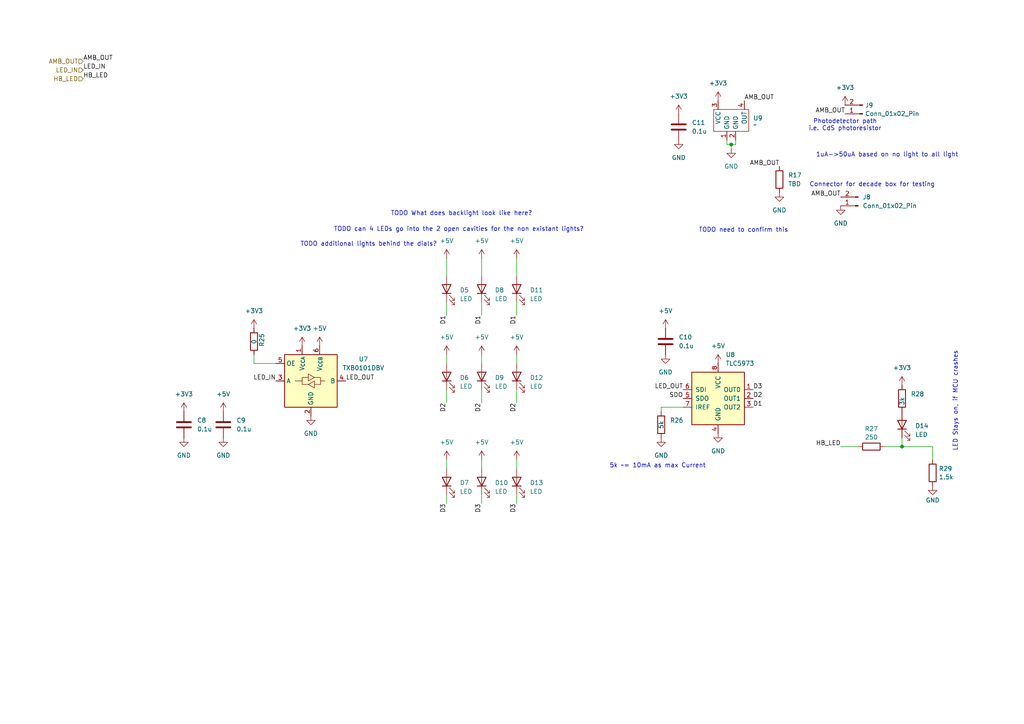
<source format=kicad_sch>
(kicad_sch (version 20231120) (generator "eeschema") (generator_version "8.0")
  (paper "A4")
  (lib_symbols
    (symbol "Connector:Conn_01x02_Pin" (pin_names (offset 1.016) hide)
      (property "Reference" "J" (at 0 2.54 0))
      (property "Value" "Conn_01x02_Pin" (at 0 -5.08 0))
      (symbol "Conn_01x02_Pin_1_1"
        (polyline (pts (xy 1.27 -2.54) (xy 0.8636 -2.54)) (stroke (width 0.1524)))
        (polyline (pts (xy 1.27 0) (xy 0.8636 0)) (stroke (width 0.1524)))
        (rectangle (start 0.8636 -2.413) (end 0 -2.667) (stroke (width 0.1524)) (fill (type outline)))
        (rectangle (start 0.8636 0.127) (end 0 -0.127) (stroke (width 0.1524)) (fill (type outline)))
        (pin passive line (at 5.08 0 180) (length 3.81) (name "Pin_1") (number "1"))
        (pin passive line (at 5.08 -2.54 180) (length 3.81) (name "Pin_2") (number "2"))
      )
    )
    (symbol "Device:C" (pin_numbers hide) (pin_names (offset 0.254))
      (property "Reference" "C" (at 0.635 2.54 0))
      (property "Value" "C" (at 0.635 -2.54 0))
      (symbol "C_0_1"
        (polyline (pts (xy -2.032 -0.762) (xy 2.032 -0.762)) (stroke (width 0.508)))
        (polyline (pts (xy -2.032 0.762) (xy 2.032 0.762)) (stroke (width 0.508)))
      )
      (symbol "C_1_1"
        (pin passive line (at 0 3.81 270) (length 2.794) (name "~") (number "1"))
        (pin passive line (at 0 -3.81 90) (length 2.794) (name "~") (number "2"))
      )
    )
    (symbol "Device:LED" (pin_numbers hide) (pin_names (offset 1.016) hide)
      (property "Reference" "D" (at 0 2.54 0))
      (property "Value" "LED" (at 0 -2.54 0))
      (symbol "LED_0_1"
        (polyline (pts (xy -1.27 -1.27) (xy -1.27 1.27)) (stroke (width 0.254)))
        (polyline (pts (xy -1.27 0) (xy 1.27 0)))
        (polyline (pts (xy 1.27 -1.27) (xy 1.27 1.27) (xy -1.27 0) (xy 1.27 -1.27)) (stroke (width 0.254)))
        (polyline (pts (xy -3.048 -0.762) (xy -4.572 -2.286) (xy -3.81 -2.286) (xy -4.572 -2.286) (xy -4.572 -1.524)))
        (polyline (pts (xy -1.778 -0.762) (xy -3.302 -2.286) (xy -2.54 -2.286) (xy -3.302 -2.286) (xy -3.302 -1.524)))
      )
      (symbol "LED_1_1"
        (pin passive line (at -3.81 0 0) (length 2.54) (name "K") (number "1"))
        (pin passive line (at 3.81 0 180) (length 2.54) (name "A") (number "2"))
      )
    )
    (symbol "Device:R" (pin_numbers hide) (pin_names (offset 0))
      (property "Reference" "R" (at 2.032 0 90))
      (property "Value" "R" (at 0 0 90))
      (symbol "R_0_1"
        (rectangle (start -1.016 -2.54) (end 1.016 2.54) (stroke (width 0.254)))
      )
      (symbol "R_1_1"
        (pin passive line (at 0 3.81 270) (length 1.27) (name "~") (number "1"))
        (pin passive line (at 0 -3.81 90) (length 1.27) (name "~") (number "2"))
      )
    )
    (symbol "Driver_LED:TLC5973" (pin_names (offset 1.016))
      (property "Reference" "U" (at -7.62 8.89 0))
      (property "Value" "TLC5973" (at 1.27 8.89 0))
      (symbol "TLC5973_0_1"
        (rectangle (start -7.62 7.62) (end 7.62 -7.62) (stroke (width 0.254)) (fill (type background)))
      )
      (symbol "TLC5973_1_1"
        (pin output line (at 10.16 2.54 180) (length 2.54) (name "OUT0") (number "1"))
        (pin output line (at 10.16 0 180) (length 2.54) (name "OUT1") (number "2"))
        (pin output line (at 10.16 -2.54 180) (length 2.54) (name "OUT2") (number "3"))
        (pin power_in line (at 0 -10.16 90) (length 2.54) (name "GND") (number "4"))
        (pin output line (at -10.16 0 0) (length 2.54) (name "SDO") (number "5"))
        (pin input line (at -10.16 2.54 0) (length 2.54) (name "SDI") (number "6"))
        (pin bidirectional line (at -10.16 -2.54 0) (length 2.54) (name "IREF") (number "7"))
        (pin power_in line (at 0 10.16 270) (length 2.54) (name "VCC") (number "8"))
      )
    )
    (symbol "Logic_LevelTranslator:TXB0101DBV"
      (property "Reference" "U" (at -6.35 8.89 0))
      (property "Value" "TXB0101DBV" (at 3.81 8.89 0))
      (symbol "TXB0101DBV_0_1"
        (rectangle (start -7.62 7.62) (end 7.62 -7.62) (stroke (width 0.254)) (fill (type background)))
        (polyline (pts (xy -2.54 0) (xy -2.54 1.016) (xy -0.762 1.016)))
        (polyline (pts (xy 2.794 0) (xy 2.794 -1.016) (xy 1.016 -1.016)))
        (polyline (pts (xy -0.762 -1.016) (xy -2.54 -1.016) (xy -2.54 0) (xy -4.572 0)))
        (polyline (pts (xy -0.762 0) (xy -0.762 2.032) (xy 1.016 1.016) (xy -0.762 0)))
        (polyline (pts (xy 1.016 1.016) (xy 2.794 1.016) (xy 2.794 0) (xy 4.064 0)))
        (polyline (pts (xy 1.016 0) (xy 1.016 -1.778) (xy 1.016 -2.032) (xy -0.762 -1.016) (xy 1.016 0)))
      )
      (symbol "TXB0101DBV_1_1"
        (pin power_in line (at -2.54 10.16 270) (length 2.54) (name "V_{CCA}") (number "1"))
        (pin power_in line (at 0 -10.16 90) (length 2.54) (name "GND") (number "2"))
        (pin bidirectional line (at -10.16 0 0) (length 2.54) (name "A") (number "3"))
        (pin bidirectional line (at 10.16 0 180) (length 2.54) (name "B") (number "4"))
        (pin input line (at -10.16 5.08 0) (length 2.54) (name "OE") (number "5"))
        (pin power_in line (at 2.54 10.16 270) (length 2.54) (name "V_{CCB}") (number "6"))
      )
    )
    (symbol "New_Library:SFH_5711-2/3-Z"
      (property "Reference" "U" (at -1.778 2.286 0))
      (symbol "SFH_5711-2/3-Z_0_1"
        (rectangle (start -6.35 1.27) (end 3.81 -5.08))
      )
      (symbol "SFH_5711-2/3-Z_1_1"
        (pin power_in line (at -2.54 -7.62 90) (length 2.54) (name "GND") (number "1"))
        (pin power_in line (at 0 -7.62 90) (length 2.54) (name "GND") (number "2"))
        (pin power_in line (at -5.08 3.81 270) (length 2.54) (name "VCC") (number "3"))
        (pin output line (at 2.54 3.81 270) (length 2.54) (name "OUT") (number "4"))
      )
    )
    (symbol "power:+3V3" (power) (pin_numbers hide) (pin_names (offset 0) hide)
      (property "Value" "+3V3" (at 0 3.556 0))
      (symbol "+3V3_0_1"
        (polyline (pts (xy -0.762 1.27) (xy 0 2.54)))
        (polyline (pts (xy 0 0) (xy 0 2.54)))
        (polyline (pts (xy 0 2.54) (xy 0.762 1.27)))
      )
      (symbol "+3V3_1_1"
        (pin power_in line (at 0 0 90) (length 0) (name "~") (number "1"))
      )
    )
    (symbol "power:+5V" (power) (pin_numbers hide) (pin_names (offset 0) hide)
      (property "Value" "+5V" (at 0 3.556 0))
      (symbol "+5V_0_1"
        (polyline (pts (xy -0.762 1.27) (xy 0 2.54)))
        (polyline (pts (xy 0 0) (xy 0 2.54)))
        (polyline (pts (xy 0 2.54) (xy 0.762 1.27)))
      )
      (symbol "+5V_1_1"
        (pin power_in line (at 0 0 90) (length 0) (name "~") (number "1"))
      )
    )
    (symbol "power:GND" (power) (pin_numbers hide) (pin_names (offset 0) hide)
      (property "Value" "GND" (at 0 -3.81 0))
      (symbol "GND_0_1"
        (polyline (pts (xy 0 0) (xy 0 -1.27) (xy 1.27 -1.27) (xy 0 -2.54) (xy -1.27 -1.27) (xy 0 -1.27)))
      )
      (symbol "GND_1_1"
        (pin power_in line (at 0 0 270) (length 0) (name "~") (number "1"))
      )
    )
  )
  (junction (at 261.62 129.54))
  (junction (at 212.09 41.91))
  (wire (pts (xy 243.84 129.54) (xy 248.92 129.54)))
  (wire (pts (xy 129.54 74.93) (xy 129.54 80.01)))
  (wire (pts (xy 129.54 102.87) (xy 129.54 105.41)))
  (wire (pts (xy 212.09 43.18) (xy 212.09 41.91)))
  (wire (pts (xy 73.66 102.87) (xy 73.66 105.41)))
  (wire (pts (xy 139.7 74.93) (xy 139.7 80.01)))
  (wire (pts (xy 149.86 113.03) (xy 149.86 116.84)))
  (wire (pts (xy 149.86 133.35) (xy 149.86 135.89)))
  (wire (pts (xy 256.54 129.54) (xy 261.62 129.54)))
  (wire (pts (xy 139.7 87.63) (xy 139.7 91.44)))
  (wire (pts (xy 213.36 41.91) (xy 213.36 40.64)))
  (wire (pts (xy 149.86 87.63) (xy 149.86 91.44)))
  (wire (pts (xy 212.09 41.91) (xy 213.36 41.91)))
  (wire (pts (xy 129.54 143.51) (xy 129.54 146.05)))
  (wire (pts (xy 191.77 118.11) (xy 198.12 118.11)))
  (wire (pts (xy 212.09 41.91) (xy 210.82 41.91)))
  (wire (pts (xy 139.7 113.03) (xy 139.7 116.84)))
  (wire (pts (xy 139.7 102.87) (xy 139.7 105.41)))
  (wire (pts (xy 149.86 102.87) (xy 149.86 105.41)))
  (wire (pts (xy 261.62 129.54) (xy 270.51 129.54)))
  (wire (pts (xy 261.62 127) (xy 261.62 129.54)))
  (wire (pts (xy 129.54 113.03) (xy 129.54 116.84)))
  (wire (pts (xy 191.77 119.38) (xy 191.77 118.11)))
  (wire (pts (xy 129.54 87.63) (xy 129.54 91.44)))
  (wire (pts (xy 139.7 133.35) (xy 139.7 135.89)))
  (wire (pts (xy 270.51 129.54) (xy 270.51 133.35)))
  (wire (pts (xy 149.86 74.93) (xy 149.86 80.01)))
  (wire (pts (xy 210.82 41.91) (xy 210.82 40.64)))
  (wire (pts (xy 129.54 133.35) (xy 129.54 135.89)))
  (wire (pts (xy 73.66 105.41) (xy 80.01 105.41)))
  (wire (pts (xy 139.7 143.51) (xy 139.7 146.05)))
  (wire (pts (xy 149.86 143.51) (xy 149.86 146.05)))
  (text "TODO can 4 LEDs go into the 2 open cavities for the non existant lights?" (at 133.096 66.548 0) (effects (font (size 1.27 1.27))))
  (text "Connector for decade box for testing" (at 252.984 53.594 0) (effects (font (size 1.27 1.27))))
  (text "TODO need to confirm this" (at 215.646 66.802 0) (effects (font (size 1.27 1.27))))
  (text "TODO What does backlight look like here?" (at 133.858 61.976 0) (effects (font (size 1.27 1.27))))
  (text "TODO additional lights behind the dials?" (at 106.934 70.866 0) (effects (font (size 1.27 1.27))))
  (text "Photodetector path\ni.e. CdS photoresistor" (at 245.11 36.322 0) (effects (font (size 1.27 1.27))))
  (text "5k ~= 10mA as max Current" (at 190.754 135.128 0) (effects (font (size 1.27 1.27))))
  (text "LED Stays on, if MCU crashes" (at 277.114 116.332 90) (effects (font (size 1.27 1.27))))
  (text "1uA->50uA based on no light to all light" (at 257.302 44.958 0) (effects (font (size 1.27 1.27))))
  (label "SDO" (at 198.12 115.57 180))
  (label "D2" (at 149.86 116.84 270))
  (label "D1" (at 149.86 91.44 270))
  (label "HB_LED" (at 243.84 129.54 180))
  (label "AMB_OUT" (at 226.06 48.26 180))
  (label "D1" (at 139.7 91.44 270))
  (label "LED_OUT" (at 100.33 110.49 0))
  (label "D2" (at 139.7 116.84 270))
  (label "LED_IN" (at 24.13 20.32 0))
  (label "D2" (at 129.54 116.84 270))
  (label "D1" (at 129.54 91.44 270))
  (label "LED_IN" (at 80.01 110.49 180))
  (label "D3" (at 139.7 146.05 270))
  (label "D2" (at 218.44 115.57 0))
  (label "D3" (at 129.54 146.05 270))
  (label "AMB_OUT" (at 215.9 29.21 0))
  (label "HB_LED" (at 24.13 22.86 0))
  (label "AMB_OUT" (at 245.11 33.02 180))
  (label "AMB_OUT" (at 243.84 57.15 180))
  (label "D3" (at 149.86 146.05 270))
  (label "AMB_OUT" (at 24.13 17.78 0))
  (label "D3" (at 218.44 113.03 0))
  (label "LED_OUT" (at 198.12 113.03 180))
  (label "D1" (at 218.44 118.11 0))
  (hierarchical_label "AMB_OUT" (shape input) (at 24.13 17.78 180))
  (hierarchical_label "HB_LED" (shape input) (at 24.13 22.86 180))
  (hierarchical_label "LED_IN" (shape input) (at 24.13 20.32 180))
  (symbol (lib_id "power:GND") (at 226.06 55.88 0) (unit 1)
    (property "Reference" "#PWR081" (effects (hide yes)))
    (property "Value" "GND" (at 226.06 60.96 0))
    (property "Description" "Power symbol creates a global label with name \"GND\" , ground" (effects (hide yes)))
  )
  (symbol (lib_id "Device:C") (at 193.04 99.06 0) (unit 1)
    (property "Reference" "C10" (at 196.85 97.7899 0) (effects (justify left)))
    (property "Value" "0.1u" (at 196.85 100.3299 0) (effects (justify left)))
    (property "Footprint" "Capacitor_SMD:C_0402_1005Metric_Pad0.74x0.62mm_HandSolder" (effects (hide yes)))
    (property "Description" "Unpolarized capacitor" (effects (hide yes)))
  )
  (symbol (lib_id "Device:LED") (at 139.7 83.82 90) (unit 1)
    (property "Reference" "D8" (at 143.51 84.1374 90) (effects (justify right)))
    (property "Value" "LED" (at 143.51 86.6774 90) (effects (justify right)))
    (property "Footprint" "LED_SMD:LED_Luminus_MP-3030-1100_3.0x3.0mm" (effects (hide yes)))
    (property "Description" "QLSP04DRH" (effects (hide yes)))
  )
  (symbol (lib_id "Device:LED") (at 149.86 139.7 90) (unit 1)
    (property "Reference" "D13" (at 153.67 140.0174 90) (effects (justify right)))
    (property "Value" "LED" (at 153.67 142.5574 90) (effects (justify right)))
    (property "Footprint" "LED_SMD:LED_Luminus_MP-3030-1100_3.0x3.0mm" (effects (hide yes)))
    (property "Description" "QLSP04DRH" (effects (hide yes)))
  )
  (symbol (lib_id "power:GND") (at 212.09 43.18 0) (unit 1)
    (property "Reference" "#PWR080" (effects (hide yes)))
    (property "Value" "GND" (at 212.09 48.26 0))
    (property "Description" "Power symbol creates a global label with name \"GND\" , ground" (effects (hide yes)))
  )
  (symbol (lib_id "power:GND") (at 64.77 127 0) (unit 1)
    (property "Reference" "#PWR066" (effects (hide yes)))
    (property "Value" "GND" (at 64.77 132.08 0))
    (property "Description" "Power symbol creates a global label with name \"GND\" , ground" (effects (hide yes)))
  )
  (symbol (lib_id "Device:C") (at 196.85 36.83 0) (unit 1)
    (property "Reference" "C11" (at 200.66 35.5599 0) (effects (justify left)))
    (property "Value" "0.1u" (at 200.66 38.0999 0) (effects (justify left)))
    (property "Footprint" "Capacitor_SMD:C_0402_1005Metric_Pad0.74x0.62mm_HandSolder" (effects (hide yes)))
    (property "Description" "Unpolarized capacitor" (effects (hide yes)))
  )
  (symbol (lib_id "power:+3V3") (at 245.11 30.48 0) (unit 1)
    (property "Reference" "#PWR083" (effects (hide yes)))
    (property "Value" "+3V3" (at 245.11 25.4 0))
    (property "Description" "Power symbol creates a global label with name \"+3V3\"" (effects (hide yes)))
  )
  (symbol (lib_id "power:+3V3") (at 208.28 29.21 0) (unit 1)
    (property "Reference" "#PWR079" (effects (hide yes)))
    (property "Value" "+3V3" (at 208.28 24.13 0))
    (property "Description" "Power symbol creates a global label with name \"+3V3\"" (effects (hide yes)))
  )
  (symbol (lib_id "Device:LED") (at 261.62 123.19 90) (unit 1)
    (property "Reference" "D14" (at 265.43 123.5074 90) (effects (justify right)))
    (property "Value" "LED" (at 265.43 126.0474 90) (effects (justify right)))
    (property "Footprint" "LED_SMD:LED_0603_1608Metric" (effects (hide yes)))
    (property "Description" "Light emitting diode" (effects (hide yes)))
  )
  (symbol (lib_id "power:+3V3") (at 53.34 119.38 0) (unit 1)
    (property "Reference" "#PWR063" (effects (hide yes)))
    (property "Value" "+3V3" (at 53.34 114.3 0))
    (property "Description" "Power symbol creates a global label with name \"+3V3\"" (effects (hide yes)))
  )
  (symbol (lib_id "Device:LED") (at 139.7 109.22 90) (unit 1)
    (property "Reference" "D9" (at 143.51 109.5374 90) (effects (justify right)))
    (property "Value" "LED" (at 143.51 112.0774 90) (effects (justify right)))
    (property "Footprint" "LED_SMD:LED_Luminus_MP-3030-1100_3.0x3.0mm" (effects (hide yes)))
    (property "Description" "QLSP04DRH" (effects (hide yes)))
  )
  (symbol (lib_id "Device:R") (at 261.62 115.57 0) (unit 1)
    (property "Reference" "R28" (at 264.16 114.2999 0) (effects (justify left)))
    (property "Value" "3k" (at 261.62 117.602 90) (effects (justify left)))
    (property "Footprint" "Resistor_SMD:R_0402_1005Metric_Pad0.72x0.64mm_HandSolder" (effects (hide yes)))
    (property "Description" "Resistor" (effects (hide yes)))
  )
  (symbol (lib_id "Device:LED") (at 139.7 139.7 90) (unit 1)
    (property "Reference" "D10" (at 143.51 140.0174 90) (effects (justify right)))
    (property "Value" "LED" (at 143.51 142.5574 90) (effects (justify right)))
    (property "Footprint" "LED_SMD:LED_Luminus_MP-3030-1100_3.0x3.0mm" (effects (hide yes)))
    (property "Description" "QLSP04DRH" (effects (hide yes)))
  )
  (symbol (lib_id "Device:R") (at 73.66 99.06 0) (unit 1)
    (property "Reference" "R25" (at 75.946 100.584 90) (effects (justify left)))
    (property "Value" "0" (at 73.66 99.822 90) (effects (justify left)))
    (property "Footprint" "Resistor_SMD:R_0402_1005Metric_Pad0.72x0.64mm_HandSolder" (effects (hide yes)))
    (property "Description" "Resistor" (effects (hide yes)))
  )
  (symbol (lib_id "power:+5V") (at 129.54 74.93 0) (unit 1)
    (property "Reference" "#PWR054" (effects (hide yes)))
    (property "Value" "+5V" (at 129.54 69.85 0))
    (property "Description" "Power symbol creates a global label with name \"+5V\"" (effects (hide yes)))
  )
  (symbol (lib_id "power:+5V") (at 139.7 102.87 0) (unit 1)
    (property "Reference" "#PWR058" (effects (hide yes)))
    (property "Value" "+5V" (at 139.7 97.79 0))
    (property "Description" "Power symbol creates a global label with name \"+5V\"" (effects (hide yes)))
  )
  (symbol (lib_id "power:GND") (at 243.84 59.69 0) (unit 1)
    (property "Reference" "#PWR082" (effects (hide yes)))
    (property "Value" "GND" (at 243.84 64.77 0))
    (property "Description" "Power symbol creates a global label with name \"GND\" , ground" (effects (hide yes)))
  )
  (symbol (lib_id "Device:C") (at 53.34 123.19 0) (unit 1)
    (property "Reference" "C8" (at 57.15 121.9199 0) (effects (justify left)))
    (property "Value" "0.1u" (at 57.15 124.4599 0) (effects (justify left)))
    (property "Footprint" "Capacitor_SMD:C_0402_1005Metric_Pad0.74x0.62mm_HandSolder" (effects (hide yes)))
    (property "Description" "Unpolarized capacitor" (effects (hide yes)))
  )
  (symbol (lib_id "power:GND") (at 53.34 127 0) (unit 1)
    (property "Reference" "#PWR064" (effects (hide yes)))
    (property "Value" "GND" (at 53.34 132.08 0))
    (property "Description" "Power symbol creates a global label with name \"GND\" , ground" (effects (hide yes)))
  )
  (symbol (lib_id "Connector:Conn_01x02_Pin") (at 248.92 59.69 180) (unit 1)
    (property "Reference" "J8" (at 250.19 57.1499 0) (effects (justify right)))
    (property "Value" "Conn_01x02_Pin" (at 250.19 59.6899 0) (effects (justify right)))
    (property "Footprint" "Connector_PinHeader_1.00mm:PinHeader_1x02_P1.00mm_Vertical" (effects (hide yes)))
    (property "Description" "Generic connector, single row, 01x02, script generated" (effects (hide yes)))
  )
  (symbol (lib_id "power:+3V3") (at 87.63 100.33 0) (unit 1)
    (property "Reference" "#PWR068" (effects (hide yes)))
    (property "Value" "+3V3" (at 87.63 95.25 0))
    (property "Description" "Power symbol creates a global label with name \"+3V3\"" (effects (hide yes)))
  )
  (symbol (lib_id "Device:R") (at 191.77 123.19 0) (unit 1)
    (property "Reference" "R26" (at 194.31 121.9199 0) (effects (justify left)))
    (property "Value" "5k" (at 191.77 124.46 90) (effects (justify left)))
    (property "Footprint" "Resistor_SMD:R_0402_1005Metric_Pad0.72x0.64mm_HandSolder" (effects (hide yes)))
    (property "Description" "Resistor" (effects (hide yes)))
  )
  (symbol (lib_id "power:+5V") (at 149.86 102.87 0) (unit 1)
    (property "Reference" "#PWR061" (effects (hide yes)))
    (property "Value" "+5V" (at 149.86 97.79 0))
    (property "Description" "Power symbol creates a global label with name \"+5V\"" (effects (hide yes)))
  )
  (symbol (lib_id "power:+5V") (at 129.54 102.87 0) (unit 1)
    (property "Reference" "#PWR055" (effects (hide yes)))
    (property "Value" "+5V" (at 129.54 97.79 0))
    (property "Description" "Power symbol creates a global label with name \"+5V\"" (effects (hide yes)))
  )
  (symbol (lib_id "Device:LED") (at 129.54 109.22 90) (unit 1)
    (property "Reference" "D6" (at 133.35 109.5374 90) (effects (justify right)))
    (property "Value" "LED" (at 133.35 112.0774 90) (effects (justify right)))
    (property "Footprint" "LED_SMD:LED_Luminus_MP-3030-1100_3.0x3.0mm" (effects (hide yes)))
    (property "Description" "QLSP04DRH" (effects (hide yes)))
  )
  (symbol (lib_id "Device:LED") (at 149.86 109.22 90) (unit 1)
    (property "Reference" "D12" (at 153.67 109.5374 90) (effects (justify right)))
    (property "Value" "LED" (at 153.67 112.0774 90) (effects (justify right)))
    (property "Footprint" "LED_SMD:LED_Luminus_MP-3030-1100_3.0x3.0mm" (effects (hide yes)))
    (property "Description" "QLSP04DRH" (effects (hide yes)))
  )
  (symbol (lib_id "power:+5V") (at 149.86 74.93 0) (unit 1)
    (property "Reference" "#PWR060" (effects (hide yes)))
    (property "Value" "+5V" (at 149.86 69.85 0))
    (property "Description" "Power symbol creates a global label with name \"+5V\"" (effects (hide yes)))
  )
  (symbol (lib_id "power:GND") (at 196.85 40.64 0) (unit 1)
    (property "Reference" "#PWR078" (effects (hide yes)))
    (property "Value" "GND" (at 196.85 45.72 0))
    (property "Description" "Power symbol creates a global label with name \"GND\" , ground" (effects (hide yes)))
  )
  (symbol (lib_id "power:+3V3") (at 73.66 95.25 0) (unit 1)
    (property "Reference" "#PWR067" (effects (hide yes)))
    (property "Value" "+3V3" (at 73.66 90.17 0))
    (property "Description" "Power symbol creates a global label with name \"+3V3\"" (effects (hide yes)))
  )
  (symbol (lib_id "Device:R") (at 270.51 137.16 0) (unit 1)
    (property "Reference" "R29" (at 272.288 135.9478 0) (effects (justify left)))
    (property "Value" "1.5k" (at 272.288 138.3721 0) (effects (justify left)))
    (property "Footprint" "Resistor_SMD:R_0402_1005Metric_Pad0.72x0.64mm_HandSolder" (effects (hide yes)))
    (property "Description" "Resistor" (effects (hide yes)))
  )
  (symbol (lib_id "power:+5V") (at 139.7 133.35 0) (unit 1)
    (property "Reference" "#PWR059" (effects (hide yes)))
    (property "Value" "+5V" (at 139.7 128.27 0))
    (property "Description" "Power symbol creates a global label with name \"+5V\"" (effects (hide yes)))
  )
  (symbol (lib_id "power:+5V") (at 64.77 119.38 0) (unit 1)
    (property "Reference" "#PWR065" (effects (hide yes)))
    (property "Value" "+5V" (at 64.77 114.3 0))
    (property "Description" "Power symbol creates a global label with name \"+5V\"" (effects (hide yes)))
  )
  (symbol (lib_id "power:GND") (at 90.17 120.65 0) (unit 1)
    (property "Reference" "#PWR069" (effects (hide yes)))
    (property "Value" "GND" (at 90.17 125.73 0))
    (property "Description" "Power symbol creates a global label with name \"GND\" , ground" (effects (hide yes)))
  )
  (symbol (lib_id "power:+5V") (at 149.86 133.35 0) (unit 1)
    (property "Reference" "#PWR062" (effects (hide yes)))
    (property "Value" "+5V" (at 149.86 128.27 0))
    (property "Description" "Power symbol creates a global label with name \"+5V\"" (effects (hide yes)))
  )
  (symbol (lib_id "Connector:Conn_01x02_Pin") (at 250.19 33.02 180) (unit 1)
    (property "Reference" "J9" (at 250.9012 30.5378 0) (effects (justify right)))
    (property "Value" "Conn_01x02_Pin" (at 250.9012 32.9621 0) (effects (justify right)))
    (property "Footprint" "Connector_PinHeader_1.27mm:PinHeader_1x02_P1.27mm_Vertical" (effects (hide yes)))
    (property "Description" "PDV-P8103-ND" (effects (hide yes)))
  )
  (symbol (lib_id "power:+5V") (at 139.7 74.93 0) (unit 1)
    (property "Reference" "#PWR057" (effects (hide yes)))
    (property "Value" "+5V" (at 139.7 69.85 0))
    (property "Description" "Power symbol creates a global label with name \"+5V\"" (effects (hide yes)))
  )
  (symbol (lib_id "Device:R") (at 252.73 129.54 90) (unit 1)
    (property "Reference" "R27" (at 252.73 124.3795 90))
    (property "Value" "250" (at 252.73 126.8038 90))
    (property "Footprint" "Resistor_SMD:R_0402_1005Metric_Pad0.72x0.64mm_HandSolder" (effects (hide yes)))
    (property "Description" "Resistor" (effects (hide yes)))
  )
  (symbol (lib_id "Device:LED") (at 129.54 139.7 90) (unit 1)
    (property "Reference" "D7" (at 133.35 140.0174 90) (effects (justify right)))
    (property "Value" "LED" (at 133.35 142.5574 90) (effects (justify right)))
    (property "Footprint" "LED_SMD:LED_Luminus_MP-3030-1100_3.0x3.0mm" (effects (hide yes)))
    (property "Description" "QLSP04DRH" (effects (hide yes)))
  )
  (symbol (lib_id "power:GND") (at 270.51 140.97 0) (unit 1)
    (property "Reference" "#PWR077" (effects (hide yes)))
    (property "Value" "GND" (at 270.51 145.1031 0))
    (property "Description" "Power symbol creates a global label with name \"GND\" , ground" (effects (hide yes)))
  )
  (symbol (lib_id "New_Library:SFH_5711-2/3-Z") (at 213.36 33.02 0) (unit 1)
    (property "Reference" "U9" (at 218.44 34.2899 0) (effects (justify left)))
    (property "Value" "~" (at 218.44 36.195 0) (effects (justify left)))
    (property "Footprint" "X27:SFH_5711-23-Z" (effects (hide yes)))
  )
  (symbol (lib_id "power:GND") (at 193.04 102.87 0) (unit 1)
    (property "Reference" "#PWR073" (effects (hide yes)))
    (property "Value" "GND" (at 193.04 107.95 0))
    (property "Description" "Power symbol creates a global label with name \"GND\" , ground" (effects (hide yes)))
  )
  (symbol (lib_id "power:GND") (at 191.77 127 0) (unit 1)
    (property "Reference" "#PWR071" (effects (hide yes)))
    (property "Value" "GND" (at 191.77 132.08 0))
    (property "Description" "Power symbol creates a global label with name \"GND\" , ground" (effects (hide yes)))
  )
  (symbol (lib_id "Device:LED") (at 129.54 83.82 90) (unit 1)
    (property "Reference" "D5" (at 133.35 84.1374 90) (effects (justify right)))
    (property "Value" "LED" (at 133.35 86.6774 90) (effects (justify right)))
    (property "Footprint" "LED_SMD:LED_Luminus_MP-3030-1100_3.0x3.0mm" (effects (hide yes)))
    (property "Description" "QLSP04DRH" (effects (hide yes)))
  )
  (symbol (lib_id "power:+5V") (at 92.71 100.33 0) (unit 1)
    (property "Reference" "#PWR070" (effects (hide yes)))
    (property "Value" "+5V" (at 92.71 95.25 0))
    (property "Description" "Power symbol creates a global label with name \"+5V\"" (effects (hide yes)))
  )
  (symbol (lib_id "power:+3V3") (at 196.85 33.02 0) (unit 1)
    (property "Reference" "#PWR024" (effects (hide yes)))
    (property "Value" "+3V3" (at 196.85 27.94 0))
    (property "Description" "Power symbol creates a global label with name \"+3V3\"" (effects (hide yes)))
  )
  (symbol (lib_id "Logic_LevelTranslator:TXB0101DBV") (at 90.17 110.49 0) (unit 1)
    (property "Reference" "U7" (at 105.41 104.1714 0))
    (property "Value" "TXB0101DBV" (at 105.41 106.7114 0))
    (property "Footprint" "Package_TO_SOT_SMD:SOT-23-6" (effects (hide yes)))
    (property "Datasheet" "http://www.ti.com/lit/ds/symlink/txb0101.pdf" (effects (hide yes)))
    (property "Description" "1-Bit Bidirectional Voltage-Level Translator With Auto Direction Sensing and ±15-kV ESD Protection, SOT-23-6" (effects (hide yes)))
  )
  (symbol (lib_id "power:+5V") (at 208.28 105.41 0) (unit 1)
    (property "Reference" "#PWR074" (effects (hide yes)))
    (property "Value" "+5V" (at 208.28 100.33 0))
    (property "Description" "Power symbol creates a global label with name \"+5V\"" (effects (hide yes)))
  )
  (symbol (lib_id "power:+5V") (at 193.04 95.25 0) (unit 1)
    (property "Reference" "#PWR072" (effects (hide yes)))
    (property "Value" "+5V" (at 193.04 90.17 0))
    (property "Description" "Power symbol creates a global label with name \"+5V\"" (effects (hide yes)))
  )
  (symbol (lib_id "power:GND") (at 208.28 125.73 0) (unit 1)
    (property "Reference" "#PWR075" (effects (hide yes)))
    (property "Value" "GND" (at 208.28 130.81 0))
    (property "Description" "Power symbol creates a global label with name \"GND\" , ground" (effects (hide yes)))
  )
  (symbol (lib_id "Device:LED") (at 149.86 83.82 90) (unit 1)
    (property "Reference" "D11" (at 153.67 84.1374 90) (effects (justify right)))
    (property "Value" "LED" (at 153.67 86.6774 90) (effects (justify right)))
    (property "Footprint" "LED_SMD:LED_Luminus_MP-3030-1100_3.0x3.0mm" (effects (hide yes)))
    (property "Description" "QLSP04DRH" (effects (hide yes)))
  )
  (symbol (lib_id "Device:R") (at 226.06 52.07 0) (unit 1)
    (property "Reference" "R17" (at 228.6 50.7999 0) (effects (justify left)))
    (property "Value" "TBD" (at 228.6 53.3399 0) (effects (justify left)))
    (property "Footprint" "Resistor_SMD:R_0402_1005Metric" (effects (hide yes)))
    (property "Description" "Resistor" (effects (hide yes)))
  )
  (symbol (lib_id "Driver_LED:TLC5973") (at 208.28 115.57 0) (unit 1)
    (property "Reference" "U8" (at 210.4741 102.87 0) (effects (justify left)))
    (property "Value" "TLC5973" (at 210.4741 105.41 0) (effects (justify left)))
    (property "Footprint" "Package_SO:SOIC-8_3.9x4.9mm_P1.27mm" (effects (hide yes)))
    (property "Datasheet" "http://www.ti.com/lit/ds/symlink/tlc5973.pdf" (effects (hide yes)))
    (property "Description" "3 Channel 12bit PWM constant currend LED Driver with single wire interface" (effects (hide yes)))
  )
  (symbol (lib_id "power:+3V3") (at 261.62 111.76 0) (unit 1)
    (property "Reference" "#PWR076" (effects (hide yes)))
    (property "Value" "+3V3" (at 261.62 106.68 0))
    (property "Description" "Power symbol creates a global label with name \"+3V3\"" (effects (hide yes)))
  )
  (symbol (lib_id "power:+5V") (at 129.54 133.35 0) (unit 1)
    (property "Reference" "#PWR056" (effects (hide yes)))
    (property "Value" "+5V" (at 129.54 128.27 0))
    (property "Description" "Power symbol creates a global label with name \"+5V\"" (effects (hide yes)))
  )
  (symbol (lib_id "Device:C") (at 64.77 123.19 0) (unit 1)
    (property "Reference" "C9" (at 68.58 121.9199 0) (effects (justify left)))
    (property "Value" "0.1u" (at 68.58 124.4599 0) (effects (justify left)))
    (property "Footprint" "Capacitor_SMD:C_0402_1005Metric_Pad0.74x0.62mm_HandSolder" (effects (hide yes)))
    (property "Description" "Unpolarized capacitor" (effects (hide yes)))
  )
)
</source>
